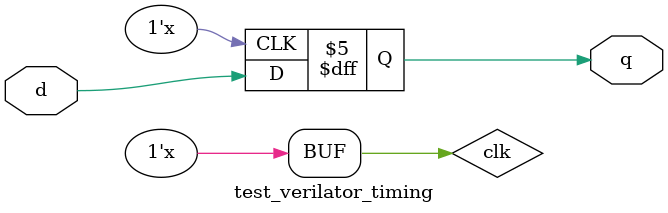
<source format=sv>

module test_verilator_timing (
`ifdef TEST_CLK_EXTERNAL
    input  logic clk,
`endif  // `ifdef TEST_CLK_EXTERNAL
    input  logic d,
    output logic q
);

`ifndef TEST_CLK_EXTERNAL
  // Clocking
  bit clk;
  initial clk = 0;
  always #5 clk = ~clk;
`endif  // `ifndef TEST_CLK_EXTERNAL

  always_ff @(posedge clk) begin : proc_dff
    q <= d;
  end

endmodule : test_verilator_timing

</source>
